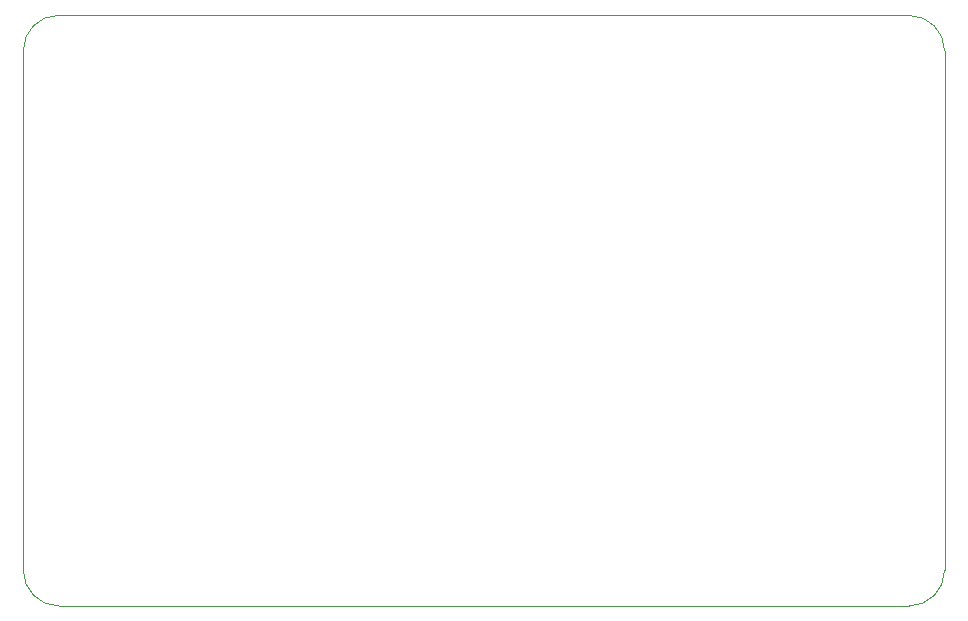
<source format=gbr>
%TF.GenerationSoftware,KiCad,Pcbnew,9.0.6*%
%TF.CreationDate,2026-02-07T23:32:21+00:00*%
%TF.ProjectId,vccs,76636373-2e6b-4696-9361-645f70636258,rev?*%
%TF.SameCoordinates,Original*%
%TF.FileFunction,Profile,NP*%
%FSLAX46Y46*%
G04 Gerber Fmt 4.6, Leading zero omitted, Abs format (unit mm)*
G04 Created by KiCad (PCBNEW 9.0.6) date 2026-02-07 23:32:21*
%MOMM*%
%LPD*%
G01*
G04 APERTURE LIST*
%TA.AperFunction,Profile*%
%ADD10C,0.050000*%
%TD*%
G04 APERTURE END LIST*
D10*
X76000000Y-104000000D02*
G75*
G02*
X73000000Y-101000000I1J3000001D01*
G01*
X73000000Y-56950000D02*
G75*
G02*
X75950001Y-54000000I2950001J-1D01*
G01*
X148000000Y-54000000D02*
G75*
G02*
X151000000Y-57000000I-1J-3000001D01*
G01*
X73000000Y-101000000D02*
X73000000Y-56950000D01*
X75950000Y-54000000D02*
X148000000Y-54000000D01*
X151000000Y-57000000D02*
X151000000Y-101000000D01*
X151000000Y-101000000D02*
G75*
G02*
X148000000Y-104000000I-3000000J0D01*
G01*
X148000000Y-104000000D02*
X76000000Y-104000000D01*
M02*

</source>
